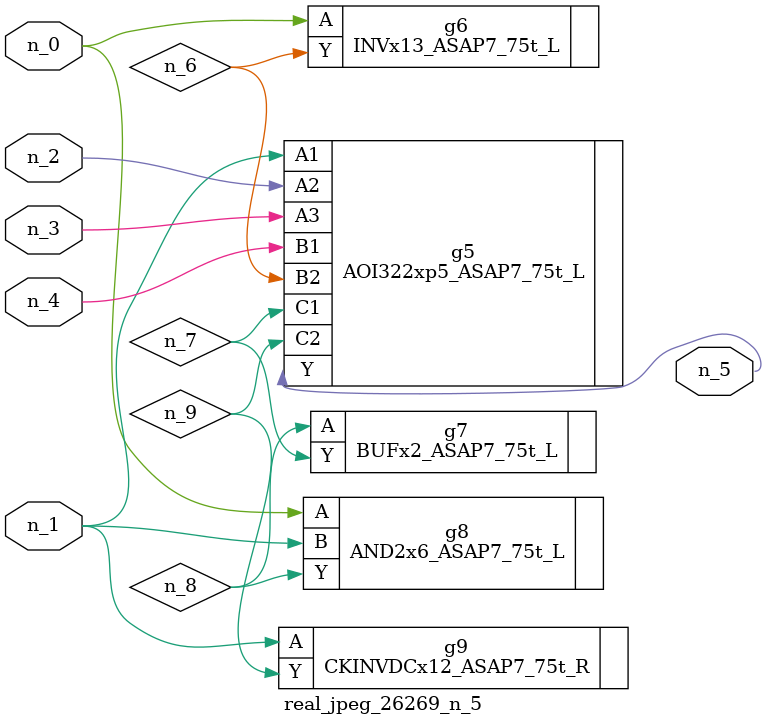
<source format=v>
module real_jpeg_26269_n_5 (n_4, n_0, n_1, n_2, n_3, n_5);

input n_4;
input n_0;
input n_1;
input n_2;
input n_3;

output n_5;

wire n_8;
wire n_6;
wire n_7;
wire n_9;

INVx13_ASAP7_75t_L g6 ( 
.A(n_0),
.Y(n_6)
);

AND2x6_ASAP7_75t_L g8 ( 
.A(n_0),
.B(n_1),
.Y(n_8)
);

AOI322xp5_ASAP7_75t_L g5 ( 
.A1(n_1),
.A2(n_2),
.A3(n_3),
.B1(n_4),
.B2(n_6),
.C1(n_7),
.C2(n_9),
.Y(n_5)
);

CKINVDCx12_ASAP7_75t_R g9 ( 
.A(n_1),
.Y(n_9)
);

BUFx2_ASAP7_75t_L g7 ( 
.A(n_8),
.Y(n_7)
);


endmodule
</source>
